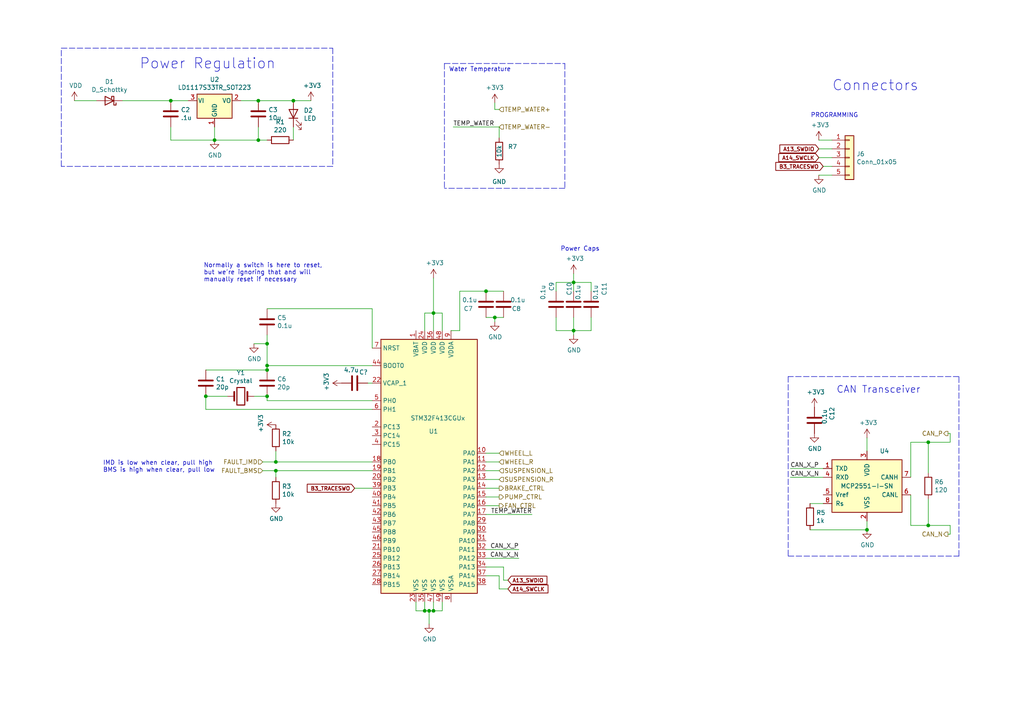
<source format=kicad_sch>
(kicad_sch (version 20211123) (generator eeschema)
  (paper "A4")
  (lib_symbols
    (symbol "Connector_Generic:Conn_01x05" (pin_names (offset 1.016) hide)
      (property "Reference" "J" (at 0 7.62 0))
      (property "Value" "Conn_01x05" (at 0 -7.62 0))
      (symbol "Conn_01x05_1_1"
        (rectangle (start -1.27 -4.953) (end 0 -5.207) (stroke (width 0.1524)))
        (rectangle (start -1.27 -2.413) (end 0 -2.667) (stroke (width 0.1524)))
        (rectangle (start -1.27 0.127) (end 0 -0.127) (stroke (width 0.1524)))
        (rectangle (start -1.27 2.667) (end 0 2.413) (stroke (width 0.1524)))
        (rectangle (start -1.27 5.207) (end 0 4.953) (stroke (width 0.1524)))
        (rectangle (start -1.27 6.35) (end 1.27 -6.35) (stroke (width 0.254)) (fill (type background)))
        (pin passive line (at -5.08 5.08 0) (length 3.81) (name "Pin_1") (number "1"))
        (pin passive line (at -5.08 2.54 0) (length 3.81) (name "Pin_2") (number "2"))
        (pin passive line (at -5.08 0 0) (length 3.81) (name "Pin_3") (number "3"))
        (pin passive line (at -5.08 -2.54 0) (length 3.81) (name "Pin_4") (number "4"))
        (pin passive line (at -5.08 -5.08 0) (length 3.81) (name "Pin_5") (number "5"))
      )
    )
    (symbol "Device:C" (pin_numbers hide) (pin_names (offset 0.254))
      (property "Reference" "C" (at 0.635 2.54 0))
      (property "Value" "C" (at 0.635 -2.54 0))
      (symbol "C_0_1"
        (polyline (pts (xy -2.032 -0.762) (xy 2.032 -0.762)) (stroke (width 0.508)))
        (polyline (pts (xy -2.032 0.762) (xy 2.032 0.762)) (stroke (width 0.508)))
      )
      (symbol "C_1_1"
        (pin passive line (at 0 3.81 270) (length 2.794) (name "~") (number "1"))
        (pin passive line (at 0 -3.81 90) (length 2.794) (name "~") (number "2"))
      )
    )
    (symbol "Device:Crystal" (pin_numbers hide) (pin_names (offset 1.016) hide)
      (property "Reference" "Y" (at 0 3.81 0))
      (property "Value" "Crystal" (at 0 -3.81 0))
      (symbol "Crystal_0_1"
        (rectangle (start -1.143 2.54) (end 1.143 -2.54) (stroke (width 0.3048)))
        (polyline (pts (xy -2.54 0) (xy -1.905 0)))
        (polyline (pts (xy -1.905 -1.27) (xy -1.905 1.27)) (stroke (width 0.508)))
        (polyline (pts (xy 1.905 -1.27) (xy 1.905 1.27)) (stroke (width 0.508)))
        (polyline (pts (xy 2.54 0) (xy 1.905 0)))
      )
      (symbol "Crystal_1_1"
        (pin passive line (at -3.81 0 0) (length 1.27) (name "1") (number "1"))
        (pin passive line (at 3.81 0 180) (length 1.27) (name "2") (number "2"))
      )
    )
    (symbol "Device:D_Schottky" (pin_numbers hide) (pin_names (offset 1.016) hide)
      (property "Reference" "D" (at 0 2.54 0))
      (property "Value" "D_Schottky" (at 0 -2.54 0))
      (symbol "D_Schottky_0_1"
        (polyline (pts (xy 1.27 0) (xy -1.27 0)))
        (polyline (pts (xy 1.27 1.27) (xy 1.27 -1.27) (xy -1.27 0) (xy 1.27 1.27)) (stroke (width 0.254)))
        (polyline (pts (xy -1.905 0.635) (xy -1.905 1.27) (xy -1.27 1.27) (xy -1.27 -1.27) (xy -0.635 -1.27) (xy -0.635 -0.635)) (stroke (width 0.254)))
      )
      (symbol "D_Schottky_1_1"
        (pin passive line (at -3.81 0 0) (length 2.54) (name "K") (number "1"))
        (pin passive line (at 3.81 0 180) (length 2.54) (name "A") (number "2"))
      )
    )
    (symbol "Device:LED" (pin_numbers hide) (pin_names (offset 1.016) hide)
      (property "Reference" "D" (at 0 2.54 0))
      (property "Value" "LED" (at 0 -2.54 0))
      (symbol "LED_0_1"
        (polyline (pts (xy -1.27 -1.27) (xy -1.27 1.27)) (stroke (width 0.254)))
        (polyline (pts (xy -1.27 0) (xy 1.27 0)))
        (polyline (pts (xy 1.27 -1.27) (xy 1.27 1.27) (xy -1.27 0) (xy 1.27 -1.27)) (stroke (width 0.254)))
        (polyline (pts (xy -3.048 -0.762) (xy -4.572 -2.286) (xy -3.81 -2.286) (xy -4.572 -2.286) (xy -4.572 -1.524)))
        (polyline (pts (xy -1.778 -0.762) (xy -3.302 -2.286) (xy -2.54 -2.286) (xy -3.302 -2.286) (xy -3.302 -1.524)))
      )
      (symbol "LED_1_1"
        (pin passive line (at -3.81 0 0) (length 2.54) (name "K") (number "1"))
        (pin passive line (at 3.81 0 180) (length 2.54) (name "A") (number "2"))
      )
    )
    (symbol "Device:R" (pin_numbers hide) (pin_names (offset 0))
      (property "Reference" "R" (at 2.032 0 90))
      (property "Value" "R" (at 0 0 90))
      (symbol "R_0_1"
        (rectangle (start -1.016 -2.54) (end 1.016 2.54) (stroke (width 0.254)))
      )
      (symbol "R_1_1"
        (pin passive line (at 0 3.81 270) (length 1.27) (name "~") (number "1"))
        (pin passive line (at 0 -3.81 90) (length 1.27) (name "~") (number "2"))
      )
    )
    (symbol "Interface_CAN_LIN:MCP2551-I-SN" (pin_names (offset 1.016))
      (property "Reference" "U" (at -10.16 8.89 0))
      (property "Value" "MCP2551-I-SN" (at 2.54 8.89 0))
      (symbol "MCP2551-I-SN_0_1"
        (rectangle (start -10.16 7.62) (end 10.16 -7.62) (stroke (width 0.254)) (fill (type background)))
      )
      (symbol "MCP2551-I-SN_1_1"
        (pin input line (at -12.7 5.08 0) (length 2.54) (name "TXD") (number "1"))
        (pin power_in line (at 0 -10.16 90) (length 2.54) (name "VSS") (number "2"))
        (pin power_in line (at 0 10.16 270) (length 2.54) (name "VDD") (number "3"))
        (pin output line (at -12.7 2.54 0) (length 2.54) (name "RXD") (number "4"))
        (pin power_out line (at -12.7 -2.54 0) (length 2.54) (name "Vref") (number "5"))
        (pin bidirectional line (at 12.7 -2.54 180) (length 2.54) (name "CANL") (number "6"))
        (pin bidirectional line (at 12.7 2.54 180) (length 2.54) (name "CANH") (number "7"))
        (pin input line (at -12.7 -5.08 0) (length 2.54) (name "Rs") (number "8"))
      )
    )
    (symbol "MCU_ST_STM32F4:STM32F413CGUx"
      (property "Reference" "U" (at -15.24 36.83 0))
      (property "Value" "STM32F413CGUx" (at 7.62 36.83 0))
      (symbol "STM32F413CGUx_0_1"
        (rectangle (start -15.24 -38.1) (end 12.7 35.56) (stroke (width 0.254)) (fill (type background)))
      )
      (symbol "STM32F413CGUx_1_1"
        (pin power_in line (at -5.08 38.1 270) (length 2.54) (name "VBAT") (number "1"))
        (pin bidirectional line (at 15.24 2.54 180) (length 2.54) (name "PA0") (number "10"))
        (pin bidirectional line (at 15.24 0 180) (length 2.54) (name "PA1") (number "11"))
        (pin bidirectional line (at 15.24 -2.54 180) (length 2.54) (name "PA2") (number "12"))
        (pin bidirectional line (at 15.24 -5.08 180) (length 2.54) (name "PA3") (number "13"))
        (pin bidirectional line (at 15.24 -7.62 180) (length 2.54) (name "PA4") (number "14"))
        (pin bidirectional line (at 15.24 -10.16 180) (length 2.54) (name "PA5") (number "15"))
        (pin bidirectional line (at 15.24 -12.7 180) (length 2.54) (name "PA6") (number "16"))
        (pin bidirectional line (at 15.24 -15.24 180) (length 2.54) (name "PA7") (number "17"))
        (pin bidirectional line (at -17.78 0 0) (length 2.54) (name "PB0") (number "18"))
        (pin bidirectional line (at -17.78 -2.54 0) (length 2.54) (name "PB1") (number "19"))
        (pin bidirectional line (at -17.78 10.16 0) (length 2.54) (name "PC13") (number "2"))
        (pin bidirectional line (at -17.78 -5.08 0) (length 2.54) (name "PB2") (number "20"))
        (pin bidirectional line (at -17.78 -25.4 0) (length 2.54) (name "PB10") (number "21"))
        (pin power_in line (at -17.78 22.86 0) (length 2.54) (name "VCAP_1") (number "22"))
        (pin power_in line (at -5.08 -40.64 90) (length 2.54) (name "VSS") (number "23"))
        (pin power_in line (at -2.54 38.1 270) (length 2.54) (name "VDD") (number "24"))
        (pin bidirectional line (at -17.78 -27.94 0) (length 2.54) (name "PB12") (number "25"))
        (pin bidirectional line (at -17.78 -30.48 0) (length 2.54) (name "PB13") (number "26"))
        (pin bidirectional line (at -17.78 -33.02 0) (length 2.54) (name "PB14") (number "27"))
        (pin bidirectional line (at -17.78 -35.56 0) (length 2.54) (name "PB15") (number "28"))
        (pin bidirectional line (at 15.24 -17.78 180) (length 2.54) (name "PA8") (number "29"))
        (pin bidirectional line (at -17.78 7.62 0) (length 2.54) (name "PC14") (number "3"))
        (pin bidirectional line (at 15.24 -20.32 180) (length 2.54) (name "PA9") (number "30"))
        (pin bidirectional line (at 15.24 -22.86 180) (length 2.54) (name "PA10") (number "31"))
        (pin bidirectional line (at 15.24 -25.4 180) (length 2.54) (name "PA11") (number "32"))
        (pin bidirectional line (at 15.24 -27.94 180) (length 2.54) (name "PA12") (number "33"))
        (pin bidirectional line (at 15.24 -30.48 180) (length 2.54) (name "PA13") (number "34"))
        (pin power_in line (at -2.54 -40.64 90) (length 2.54) (name "VSS") (number "35"))
        (pin power_in line (at 0 38.1 270) (length 2.54) (name "VDD") (number "36"))
        (pin bidirectional line (at 15.24 -33.02 180) (length 2.54) (name "PA14") (number "37"))
        (pin bidirectional line (at 15.24 -35.56 180) (length 2.54) (name "PA15") (number "38"))
        (pin bidirectional line (at -17.78 -7.62 0) (length 2.54) (name "PB3") (number "39"))
        (pin bidirectional line (at -17.78 5.08 0) (length 2.54) (name "PC15") (number "4"))
        (pin bidirectional line (at -17.78 -10.16 0) (length 2.54) (name "PB4") (number "40"))
        (pin bidirectional line (at -17.78 -12.7 0) (length 2.54) (name "PB5") (number "41"))
        (pin bidirectional line (at -17.78 -15.24 0) (length 2.54) (name "PB6") (number "42"))
        (pin bidirectional line (at -17.78 -17.78 0) (length 2.54) (name "PB7") (number "43"))
        (pin input line (at -17.78 27.94 0) (length 2.54) (name "BOOT0") (number "44"))
        (pin bidirectional line (at -17.78 -20.32 0) (length 2.54) (name "PB8") (number "45"))
        (pin bidirectional line (at -17.78 -22.86 0) (length 2.54) (name "PB9") (number "46"))
        (pin power_in line (at 0 -40.64 90) (length 2.54) (name "VSS") (number "47"))
        (pin power_in line (at 2.54 38.1 270) (length 2.54) (name "VDD") (number "48"))
        (pin power_in line (at 2.54 -40.64 90) (length 2.54) (name "VSS") (number "49"))
        (pin input line (at -17.78 17.78 0) (length 2.54) (name "PH0") (number "5"))
        (pin input line (at -17.78 15.24 0) (length 2.54) (name "PH1") (number "6"))
        (pin input line (at -17.78 33.02 0) (length 2.54) (name "NRST") (number "7"))
        (pin power_in line (at 5.08 -40.64 90) (length 2.54) (name "VSSA") (number "8"))
        (pin power_in line (at 5.08 38.1 270) (length 2.54) (name "VDDA") (number "9"))
      )
    )
    (symbol "Regulator_Linear:LD1117S33TR_SOT223" (pin_names (offset 0.254))
      (property "Reference" "U" (at -3.81 3.175 0))
      (property "Value" "LD1117S33TR_SOT223" (at 0 3.175 0))
      (symbol "LD1117S33TR_SOT223_0_1"
        (rectangle (start -5.08 -5.08) (end 5.08 1.905) (stroke (width 0.254)) (fill (type background)))
      )
      (symbol "LD1117S33TR_SOT223_1_1"
        (pin power_in line (at 0 -7.62 90) (length 2.54) (name "GND") (number "1"))
        (pin power_out line (at 7.62 0 180) (length 2.54) (name "VO") (number "2"))
        (pin power_in line (at -7.62 0 0) (length 2.54) (name "VI") (number "3"))
      )
    )
    (symbol "power:+3.3V" (power) (pin_names (offset 0))
      (property "Value" "+3.3V" (at 0 3.556 0))
      (symbol "+3.3V_0_1"
        (polyline (pts (xy -0.762 1.27) (xy 0 2.54)))
        (polyline (pts (xy 0 0) (xy 0 2.54)))
        (polyline (pts (xy 0 2.54) (xy 0.762 1.27)))
      )
      (symbol "+3.3V_1_1"
        (pin power_in line (at 0 0 90) (length 0) hide (name "+3V3") (number "1"))
      )
    )
    (symbol "power:GND" (power) (pin_names (offset 0))
      (property "Value" "GND" (at 0 -3.81 0))
      (symbol "GND_0_1"
        (polyline (pts (xy 0 0) (xy 0 -1.27) (xy 1.27 -1.27) (xy 0 -2.54) (xy -1.27 -1.27) (xy 0 -1.27)))
      )
      (symbol "GND_1_1"
        (pin power_in line (at 0 0 270) (length 0) hide (name "GND") (number "1"))
      )
    )
    (symbol "power:VDD" (power) (pin_names (offset 0))
      (property "Value" "VDD" (at 0 3.81 0))
      (symbol "VDD_0_1"
        (polyline (pts (xy -0.762 1.27) (xy 0 2.54)))
        (polyline (pts (xy 0 0) (xy 0 2.54)))
        (polyline (pts (xy 0 2.54) (xy 0.762 1.27)))
      )
      (symbol "VDD_1_1"
        (pin power_in line (at 0 0 90) (length 0) hide (name "VDD") (number "1"))
      )
    )
  )
  (junction (at 77.47 107.315))
  (junction (at 166.37 95.885))
  (junction (at 62.23 40.64))
  (junction (at 251.46 153.67))
  (junction (at 125.73 177.165))
  (junction (at 269.24 152.4))
  (junction (at 74.93 29.21))
  (junction (at 85.09 29.21))
  (junction (at 80.01 136.525))
  (junction (at 140.97 84.455))
  (junction (at 77.47 114.935))
  (junction (at 125.73 90.805))
  (junction (at 80.01 133.985))
  (junction (at 59.69 114.935))
  (junction (at 49.53 29.21))
  (junction (at 123.19 177.165))
  (junction (at 269.24 128.27))
  (junction (at 124.46 177.165))
  (junction (at 166.37 81.915))
  (junction (at 143.51 92.075))
  (junction (at 77.47 106.045))
  (junction (at 74.93 40.64))
  (junction (at 77.47 99.695))
  (wire (pts (xy 234.95 153.67) (xy 251.46 153.67)))
  (wire (pts (xy 140.97 84.455) (xy 146.05 84.455)))
  (wire (pts (xy 274.955 125.73) (xy 275.59 125.73)))
  (wire (pts (xy 146.05 164.465) (xy 140.97 164.465)))
  (wire (pts (xy 125.73 177.165) (xy 128.27 177.165)))
  (wire (pts (xy 107.95 116.205) (xy 77.47 116.205)))
  (wire (pts (xy 74.93 36.83) (xy 74.93 40.64)))
  (wire (pts (xy 77.47 114.935) (xy 73.66 114.935)))
  (wire (pts (xy 85.09 40.64) (xy 85.09 36.83)))
  (wire (pts (xy 146.05 168.275) (xy 146.05 164.465)))
  (wire (pts (xy 125.73 177.165) (xy 125.73 174.625)))
  (polyline (pts (xy 17.78 48.26) (xy 17.78 13.97)))
  (polyline (pts (xy 278.13 109.22) (xy 228.6 109.22)))
  (wire (pts (xy 59.69 114.935) (xy 66.04 114.935)))
  (wire (pts (xy 143.51 92.075) (xy 146.05 92.075)))
  (wire (pts (xy 171.45 81.915) (xy 171.45 84.455)))
  (wire (pts (xy 80.01 133.985) (xy 76.2 133.985)))
  (wire (pts (xy 147.32 168.275) (xy 146.05 168.275)))
  (polyline (pts (xy 228.6 109.22) (xy 228.6 161.29)))
  (wire (pts (xy 49.53 40.64) (xy 62.23 40.64)))
  (wire (pts (xy 59.69 118.745) (xy 107.95 118.745)))
  (wire (pts (xy 107.95 89.535) (xy 107.95 100.965)))
  (wire (pts (xy 150.495 161.925) (xy 140.97 161.925)))
  (wire (pts (xy 124.46 180.975) (xy 124.46 177.165)))
  (wire (pts (xy 77.47 106.045) (xy 77.47 99.695)))
  (wire (pts (xy 124.46 177.165) (xy 123.19 177.165)))
  (wire (pts (xy 128.27 177.165) (xy 128.27 174.625)))
  (polyline (pts (xy 128.905 18.415) (xy 128.905 54.61)))
  (wire (pts (xy 144.78 131.445) (xy 140.97 131.445)))
  (wire (pts (xy 77.47 99.695) (xy 77.47 97.155)))
  (wire (pts (xy 144.78 141.605) (xy 140.97 141.605)))
  (wire (pts (xy 123.19 174.625) (xy 123.19 177.165)))
  (polyline (pts (xy 128.905 18.415) (xy 163.83 18.415)))
  (wire (pts (xy 269.24 152.4) (xy 275.59 152.4)))
  (wire (pts (xy 166.37 92.075) (xy 166.37 95.885)))
  (wire (pts (xy 102.87 141.605) (xy 107.95 141.605)))
  (wire (pts (xy 229.235 138.43) (xy 238.76 138.43)))
  (wire (pts (xy 166.37 84.455) (xy 166.37 81.915)))
  (wire (pts (xy 80.01 138.43) (xy 80.01 136.525)))
  (wire (pts (xy 125.73 90.805) (xy 125.73 95.885)))
  (wire (pts (xy 62.23 36.83) (xy 62.23 40.64)))
  (wire (pts (xy 144.78 167.005) (xy 144.78 170.815)))
  (wire (pts (xy 144.78 170.815) (xy 147.32 170.815)))
  (wire (pts (xy 269.24 128.27) (xy 275.59 128.27)))
  (wire (pts (xy 77.47 116.205) (xy 77.47 114.935)))
  (wire (pts (xy 166.37 95.885) (xy 166.37 97.155)))
  (wire (pts (xy 241.3 40.64) (xy 237.49 40.64)))
  (wire (pts (xy 166.37 81.915) (xy 171.45 81.915)))
  (wire (pts (xy 161.29 92.075) (xy 161.29 95.885)))
  (wire (pts (xy 234.95 146.05) (xy 238.76 146.05)))
  (wire (pts (xy 238.76 48.26) (xy 241.3 48.26)))
  (wire (pts (xy 106.68 111.125) (xy 107.95 111.125)))
  (wire (pts (xy 171.45 92.075) (xy 171.45 95.885)))
  (wire (pts (xy 49.53 36.83) (xy 49.53 40.64)))
  (wire (pts (xy 144.78 133.985) (xy 140.97 133.985)))
  (wire (pts (xy 120.65 177.165) (xy 120.65 174.625)))
  (wire (pts (xy 229.235 135.89) (xy 238.76 135.89)))
  (wire (pts (xy 144.78 36.83) (xy 144.78 40.005)))
  (wire (pts (xy 144.78 167.005) (xy 140.97 167.005)))
  (wire (pts (xy 241.3 45.72) (xy 237.49 45.72)))
  (wire (pts (xy 161.29 84.455) (xy 161.29 81.915)))
  (wire (pts (xy 128.27 90.805) (xy 128.27 95.885)))
  (polyline (pts (xy 163.83 18.415) (xy 163.83 54.61)))
  (wire (pts (xy 125.73 80.645) (xy 125.73 90.805)))
  (wire (pts (xy 125.73 90.805) (xy 123.19 90.805)))
  (polyline (pts (xy 96.52 13.97) (xy 96.52 48.26)))
  (wire (pts (xy 107.95 106.045) (xy 77.47 106.045)))
  (wire (pts (xy 140.97 136.525) (xy 144.78 136.525)))
  (polyline (pts (xy 17.78 13.97) (xy 96.52 13.97)))
  (wire (pts (xy 140.97 92.075) (xy 143.51 92.075)))
  (wire (pts (xy 237.49 43.18) (xy 241.3 43.18)))
  (wire (pts (xy 161.29 95.885) (xy 166.37 95.885)))
  (wire (pts (xy 80.01 136.525) (xy 107.95 136.525)))
  (wire (pts (xy 133.35 84.455) (xy 133.35 95.885)))
  (wire (pts (xy 269.24 144.78) (xy 269.24 152.4)))
  (wire (pts (xy 143.51 29.845) (xy 143.51 31.75)))
  (wire (pts (xy 264.16 128.27) (xy 264.16 138.43)))
  (wire (pts (xy 264.16 152.4) (xy 269.24 152.4)))
  (wire (pts (xy 62.23 40.64) (xy 74.93 40.64)))
  (wire (pts (xy 35.56 29.21) (xy 49.53 29.21)))
  (wire (pts (xy 166.37 95.885) (xy 171.45 95.885)))
  (wire (pts (xy 125.73 90.805) (xy 128.27 90.805)))
  (wire (pts (xy 123.19 177.165) (xy 120.65 177.165)))
  (wire (pts (xy 77.47 89.535) (xy 107.95 89.535)))
  (wire (pts (xy 49.53 29.21) (xy 54.61 29.21)))
  (wire (pts (xy 275.59 154.94) (xy 274.955 154.94)))
  (wire (pts (xy 275.59 125.73) (xy 275.59 128.27)))
  (polyline (pts (xy 163.83 54.61) (xy 128.905 54.61)))
  (wire (pts (xy 144.78 144.145) (xy 140.97 144.145)))
  (wire (pts (xy 80.01 130.81) (xy 80.01 133.985)))
  (wire (pts (xy 144.78 146.685) (xy 140.97 146.685)))
  (wire (pts (xy 85.09 29.21) (xy 90.17 29.21)))
  (wire (pts (xy 251.46 127) (xy 251.46 130.81)))
  (wire (pts (xy 161.29 81.915) (xy 166.37 81.915)))
  (wire (pts (xy 80.01 133.985) (xy 107.95 133.985)))
  (wire (pts (xy 74.93 29.21) (xy 85.09 29.21)))
  (wire (pts (xy 124.46 177.165) (xy 125.73 177.165)))
  (wire (pts (xy 21.59 29.21) (xy 27.94 29.21)))
  (wire (pts (xy 143.51 92.075) (xy 143.51 93.345)))
  (wire (pts (xy 80.01 136.525) (xy 76.2 136.525)))
  (wire (pts (xy 275.59 152.4) (xy 275.59 154.94)))
  (wire (pts (xy 143.51 31.75) (xy 144.78 31.75)))
  (wire (pts (xy 264.16 128.27) (xy 269.24 128.27)))
  (wire (pts (xy 77.47 107.315) (xy 77.47 106.045)))
  (wire (pts (xy 74.93 29.21) (xy 69.85 29.21)))
  (wire (pts (xy 59.69 114.935) (xy 59.69 118.745)))
  (wire (pts (xy 150.495 159.385) (xy 140.97 159.385)))
  (wire (pts (xy 133.35 95.885) (xy 130.81 95.885)))
  (wire (pts (xy 251.46 151.13) (xy 251.46 153.67)))
  (polyline (pts (xy 278.13 161.29) (xy 278.13 109.22)))
  (wire (pts (xy 140.97 139.065) (xy 144.78 139.065)))
  (wire (pts (xy 77.47 107.315) (xy 59.69 107.315)))
  (polyline (pts (xy 96.52 48.26) (xy 17.78 48.26)))
  (wire (pts (xy 237.49 50.8) (xy 241.3 50.8)))
  (wire (pts (xy 264.16 143.51) (xy 264.16 152.4)))
  (polyline (pts (xy 228.6 161.29) (xy 278.13 161.29)))
  (wire (pts (xy 74.93 40.64) (xy 77.47 40.64)))
  (wire (pts (xy 166.37 81.915) (xy 166.37 79.375)))
  (wire (pts (xy 140.97 149.225) (xy 154.305 149.225)))
  (wire (pts (xy 131.445 36.83) (xy 144.78 36.83)))
  (wire (pts (xy 73.66 99.695) (xy 77.47 99.695)))
  (wire (pts (xy 269.24 137.16) (xy 269.24 128.27)))
  (wire (pts (xy 133.35 84.455) (xy 140.97 84.455)))
  (wire (pts (xy 123.19 90.805) (xy 123.19 95.885)))
  (text "Water Temperature" (at 130.175 20.955 0) (effects (font (size 1.27 1.27)) (justify left bottom)))
  (text "CAN Transceiver" (at 242.57 114.3 0) (effects (font (size 2.0066 2.0066)) (justify left bottom)))
  (text "Normally a switch is here to reset,\nbut we're ignoring that and will \nmanually reset if necessary" (at 59.055 81.915 0) (effects (font (size 1.27 1.27)) (justify left bottom)))
  (text "IMD is low when clear, pull high\nBMS is high when clear, pull low" (at 29.845 137.16 0) (effects (font (size 1.27 1.27)) (justify left bottom)))
  (text "Power Regulation" (at 80.01 20.32 180) (effects (font (size 2.9972 2.9972)) (justify right bottom)))
  (text "Connectors" (at 241.3 26.67 0) (effects (font (size 2.9972 2.9972)) (justify left bottom)))
  (text "Power Caps" (at 162.56 73.025 0) (effects (font (size 1.27 1.27)) (justify left bottom)))
  (text "PROGRAMMING" (at 248.92 34.29 180) (effects (font (size 1.27 1.27)) (justify right bottom)))
  (label "CAN_X_P" (at 229.235 135.89 0))
  (label "CAN_X_N" (at 150.495 161.925 180))
  (label "CAN_X_N" (at 229.235 138.43 0))
  (label "TEMP_WATER" (at 131.445 36.83 0))
  (label "TEMP_WATER" (at 154.305 149.225 180))
  (label "CAN_X_P" (at 150.495 159.385 180))
  (global_label "B3_TRACESWO" (shape input) (at 238.76 48.26 180) (effects (font (size 1.0922 1.0922) (thickness 0.2184) bold)) (property "Intersheet References" "${INTERSHEET_REFS}" (effects hide)))
  (global_label "A14_SWCLK" (shape input) (at 237.49 45.72 180) (effects (font (size 1.0922 1.0922) (thickness 0.2184) bold)) (property "Intersheet References" "${INTERSHEET_REFS}" (effects hide)))
  (global_label "A14_SWCLK" (shape input) (at 147.32 170.815 0) (effects (font (size 1.0922 1.0922) (thickness 0.2184) bold)) (property "Intersheet References" "${INTERSHEET_REFS}" (effects hide)))
  (global_label "B3_TRACESWO" (shape input) (at 102.87 141.605 180) (effects (font (size 1.0922 1.0922) (thickness 0.2184) bold)) (property "Intersheet References" "${INTERSHEET_REFS}" (effects hide)))
  (global_label "A13_SWDIO" (shape input) (at 147.32 168.275 0) (effects (font (size 1.0922 1.0922) (thickness 0.2184) bold)) (property "Intersheet References" "${INTERSHEET_REFS}" (effects hide)))
  (global_label "A13_SWDIO" (shape input) (at 237.49 43.18 180) (effects (font (size 1.0922 1.0922) (thickness 0.2184) bold)) (property "Intersheet References" "${INTERSHEET_REFS}" (effects hide)))
  (hierarchical_label "FAN_CTRL" (shape output) (at 144.78 146.685 0))
  (hierarchical_label "SUSPENSION_L" (shape input) (at 144.78 136.525 0))
  (hierarchical_label "TEMP_WATER-" (shape input) (at 144.78 36.83 0))
  (hierarchical_label "PUMP_CTRL" (shape output) (at 144.78 144.145 0))
  (hierarchical_label "CAN_N" (shape output) (at 274.955 154.94 180))
  (hierarchical_label "WHEEL_R" (shape input) (at 144.78 133.985 0))
  (hierarchical_label "TEMP_WATER+" (shape input) (at 144.78 31.75 0))
  (hierarchical_label "SUSPENSION_R" (shape input) (at 144.78 139.065 0))
  (hierarchical_label "BRAKE_CTRL" (shape output) (at 144.78 141.605 0))
  (hierarchical_label "FAULT_IMD" (shape input) (at 76.2 133.985 180))
  (hierarchical_label "WHEEL_L" (shape input) (at 144.78 131.445 0))
  (hierarchical_label "CAN_P" (shape output) (at 274.955 125.73 180))
  (hierarchical_label "FAULT_BMS" (shape input) (at 76.2 136.525 180))
  (symbol (lib_id "MCU_ST_STM32F4:STM32F413CGUx") (at 125.73 133.985 0) (unit 1)
    (property "Reference" "U1" (at 125.73 125.095 0))
    (property "Value" "STM32F413CGUx" (at 127 121.285 0))
    (property "Footprint" "Package_DFN_QFN:QFN-48-1EP_7x7mm_P0.5mm_EP5.6x5.6mm" (effects hide))
    (property "Datasheet" "http://www.st.com/st-web-ui/static/active/en/resource/technical/document/datasheet/DM00282249.pdf" (effects hide))
  )
  (symbol (lib_id "Regulator_Linear:LD1117S33TR_SOT223") (at 62.23 29.21 0) (unit 1)
    (property "Reference" "U2" (at 62.23 23.0632 0))
    (property "Value" "LD1117S33TR_SOT223" (at 62.23 25.3746 0))
    (property "Footprint" "Package_TO_SOT_SMD:SOT-223-3_TabPin2" (effects hide))
    (property "Datasheet" "http://www.st.com/st-web-ui/static/active/en/resource/technical/document/datasheet/CD00000544.pdf" (effects hide))
  )
  (symbol (lib_id "Device:C") (at 49.53 33.02 0) (unit 1)
    (property "Reference" "C2" (at 52.451 31.8516 0) (effects (justify left)))
    (property "Value" ".1u" (at 52.451 34.163 0) (effects (justify left)))
    (property "Footprint" "Capacitor_SMD:C_0603_1608Metric_Pad1.08x0.95mm_HandSolder" (effects hide))
  )
  (symbol (lib_id "Device:C") (at 74.93 33.02 0) (unit 1)
    (property "Reference" "C3" (at 77.851 31.8516 0) (effects (justify left)))
    (property "Value" "10u" (at 77.851 34.163 0) (effects (justify left)))
    (property "Footprint" "Capacitor_SMD:C_0603_1608Metric_Pad1.08x0.95mm_HandSolder" (effects hide))
  )
  (symbol (lib_id "Device:D_Schottky") (at 31.75 29.21 180) (unit 1)
    (property "Reference" "D1" (at 31.75 23.6982 0))
    (property "Value" "D_Schottky" (at 31.75 26.0096 0))
    (property "Footprint" "Diode_SMD:D_SMB" (effects hide))
  )
  (symbol (lib_id "Device:LED") (at 85.09 33.02 90) (unit 1)
    (property "Reference" "D2" (at 88.0872 32.0294 90) (effects (justify right)))
    (property "Value" "LED" (at 88.0872 34.3408 90) (effects (justify right)))
    (property "Footprint" "LED_SMD:LED_0603_1608Metric_Pad1.05x0.95mm_HandSolder" (effects hide))
  )
  (symbol (lib_id "Device:R") (at 81.28 40.64 90) (unit 1)
    (property "Reference" "R1" (at 81.28 35.3822 90))
    (property "Value" "220" (at 81.28 37.6936 90))
    (property "Footprint" "Resistor_SMD:R_0603_1608Metric_Pad0.98x0.95mm_HandSolder" (effects hide))
  )
  (symbol (lib_id "power:GND") (at 62.23 40.64 0) (unit 1)
    (property "Reference" "#PWR0103" (effects hide))
    (property "Value" "GND" (at 62.357 45.0342 0))
  )
  (symbol (lib_id "power:+3.3V") (at 90.17 29.21 0) (unit 1)
    (property "Reference" "#PWR0104" (effects hide))
    (property "Value" "+3.3V" (at 90.551 24.8158 0))
  )
  (symbol (lib_id "Device:C") (at 77.47 93.345 0) (unit 1)
    (property "Reference" "C5" (at 80.391 92.1766 0) (effects (justify left)))
    (property "Value" "0.1u" (at 80.391 94.488 0) (effects (justify left)))
    (property "Footprint" "Capacitor_SMD:C_0603_1608Metric_Pad1.08x0.95mm_HandSolder" (effects hide))
  )
  (symbol (lib_id "power:GND") (at 73.66 99.695 0) (unit 1)
    (property "Reference" "#PWR0122" (effects hide))
    (property "Value" "GND" (at 73.787 104.0892 0))
  )
  (symbol (lib_id "power:+3.3V") (at 125.73 80.645 0) (unit 1)
    (property "Reference" "#PWR0123" (effects hide))
    (property "Value" "+3.3V" (at 126.111 76.2508 0))
  )
  (symbol (lib_id "Device:Crystal") (at 69.85 114.935 0) (unit 1)
    (property "Reference" "Y1" (at 69.85 108.1278 0))
    (property "Value" "Crystal" (at 69.85 110.4392 0))
    (property "Footprint" "Crystal:Crystal_HC49-U_Vertical" (effects hide))
  )
  (symbol (lib_id "Device:C") (at 59.69 111.125 0) (unit 1)
    (property "Reference" "C1" (at 62.611 109.9566 0) (effects (justify left)))
    (property "Value" "20p" (at 62.611 112.268 0) (effects (justify left)))
    (property "Footprint" "Capacitor_SMD:C_0603_1608Metric_Pad1.08x0.95mm_HandSolder" (effects hide))
  )
  (symbol (lib_id "Device:C") (at 77.47 111.125 0) (unit 1)
    (property "Reference" "C6" (at 80.391 109.9566 0) (effects (justify left)))
    (property "Value" "20p" (at 80.391 112.268 0) (effects (justify left)))
    (property "Footprint" "Capacitor_SMD:C_0603_1608Metric_Pad1.08x0.95mm_HandSolder" (effects hide))
  )
  (symbol (lib_id "power:+3.3V") (at 166.37 79.375 0) (unit 1)
    (property "Reference" "#PWR0127" (effects hide))
    (property "Value" "+3.3V" (at 166.751 74.9808 0))
  )
  (symbol (lib_id "Device:C") (at 161.29 88.265 0) (unit 1)
    (property "Reference" "C9" (at 160.02 84.455 90) (effects (justify left)))
    (property "Value" "0.1u" (at 157.48 86.995 90) (effects (justify left)))
    (property "Footprint" "Capacitor_SMD:C_0603_1608Metric_Pad1.08x0.95mm_HandSolder" (effects hide))
  )
  (symbol (lib_id "Device:C") (at 166.37 88.265 0) (unit 1)
    (property "Reference" "C10" (at 165.1 85.725 90) (effects (justify left)))
    (property "Value" "0.1u" (at 167.64 86.995 90) (effects (justify left)))
    (property "Footprint" "Capacitor_SMD:C_0603_1608Metric_Pad1.08x0.95mm_HandSolder" (effects hide))
  )
  (symbol (lib_id "Device:C") (at 171.45 88.265 0) (unit 1)
    (property "Reference" "C11" (at 175.26 85.725 90) (effects (justify left)))
    (property "Value" "0.1u" (at 172.72 86.995 90) (effects (justify left)))
    (property "Footprint" "Capacitor_SMD:C_0603_1608Metric_Pad1.08x0.95mm_HandSolder" (effects hide))
  )
  (symbol (lib_id "power:GND") (at 124.46 180.975 0) (unit 1)
    (property "Reference" "#PWR0124" (effects hide))
    (property "Value" "GND" (at 124.587 185.3692 0))
  )
  (symbol (lib_id "Interface_CAN_LIN:MCP2551-I-SN") (at 251.46 140.97 0) (unit 1)
    (property "Reference" "U4" (at 256.54 130.81 0))
    (property "Value" "MCP2551-I-SN" (at 251.46 140.97 0))
    (property "Footprint" "Package_SO:SOIC-8_3.9x4.9mm_P1.27mm" (effects hide))
    (property "Datasheet" "http://ww1.microchip.com/downloads/en/devicedoc/21667d.pdf" (effects hide))
  )
  (symbol (lib_id "power:GND") (at 166.37 97.155 0) (unit 1)
    (property "Reference" "#PWR0125" (effects hide))
    (property "Value" "GND" (at 166.497 101.5492 0))
  )
  (symbol (lib_id "Device:C") (at 146.05 88.265 180) (unit 1)
    (property "Reference" "C8" (at 151.13 89.535 0) (effects (justify left)))
    (property "Value" "0.1u" (at 152.4 86.995 0) (effects (justify left)))
    (property "Footprint" "Capacitor_SMD:C_0603_1608Metric_Pad1.08x0.95mm_HandSolder" (effects hide))
  )
  (symbol (lib_id "Device:C") (at 140.97 88.265 180) (unit 1)
    (property "Reference" "C7" (at 137.16 89.535 0) (effects (justify left)))
    (property "Value" "0.1u" (at 138.43 86.995 0) (effects (justify left)))
    (property "Footprint" "Capacitor_SMD:C_0603_1608Metric_Pad1.08x0.95mm_HandSolder" (effects hide))
  )
  (symbol (lib_id "Device:C") (at 236.22 121.92 0) (unit 1)
    (property "Reference" "C12" (at 241.3 121.92 90) (effects (justify left)))
    (property "Value" "0.1u" (at 239.141 123.063 90) (effects (justify left)))
    (property "Footprint" "Capacitor_SMD:C_0603_1608Metric_Pad1.08x0.95mm_HandSolder" (effects hide))
  )
  (symbol (lib_id "power:GND") (at 143.51 93.345 0) (unit 1)
    (property "Reference" "#PWR0126" (effects hide))
    (property "Value" "GND" (at 143.637 97.7392 0))
  )
  (symbol (lib_id "power:+3.3V") (at 251.46 127 0) (unit 1)
    (property "Reference" "#PWR0128" (effects hide))
    (property "Value" "+3.3V" (at 251.841 122.6058 0))
  )
  (symbol (lib_id "power:GND") (at 251.46 153.67 0) (unit 1)
    (property "Reference" "#PWR0129" (effects hide))
    (property "Value" "GND" (at 251.587 158.0642 0))
  )
  (symbol (lib_id "power:GND") (at 236.22 125.73 0) (unit 1)
    (property "Reference" "#PWR0130" (effects hide))
    (property "Value" "GND" (at 236.347 130.1242 0))
  )
  (symbol (lib_id "power:+3.3V") (at 236.22 118.11 0) (unit 1)
    (property "Reference" "#PWR0131" (effects hide))
    (property "Value" "+3.3V" (at 236.601 113.7158 0))
  )
  (symbol (lib_id "Device:R") (at 269.24 140.97 0) (unit 1)
    (property "Reference" "R6" (at 271.018 139.8016 0) (effects (justify left)))
    (property "Value" "120" (at 271.018 142.113 0) (effects (justify left)))
    (property "Footprint" "Resistor_SMD:R_0603_1608Metric_Pad0.98x0.95mm_HandSolder" (effects hide))
  )
  (symbol (lib_id "Device:R") (at 234.95 149.86 0) (unit 1)
    (property "Reference" "R5" (at 236.728 148.6916 0) (effects (justify left)))
    (property "Value" "1k" (at 236.728 151.003 0) (effects (justify left)))
    (property "Footprint" "Resistor_SMD:R_0603_1608Metric_Pad0.98x0.95mm_HandSolder" (effects hide))
  )
  (symbol (lib_id "power:+3.3V") (at 237.49 40.64 0) (unit 1)
    (property "Reference" "#PWR0132" (effects hide))
    (property "Value" "+3.3V" (at 237.871 36.2458 0))
  )
  (symbol (lib_id "power:GND") (at 237.49 50.8 0) (unit 1)
    (property "Reference" "#PWR0133" (effects hide))
    (property "Value" "GND" (at 237.617 55.1942 0))
  )
  (symbol (lib_id "power:VDD") (at 21.59 29.21 0) (unit 1)
    (property "Reference" "#PWR0134" (effects hide))
    (property "Value" "VDD" (at 21.971 24.8158 0))
  )
  (symbol (lib_id "Connector_Generic:Conn_01x05") (at 246.38 45.72 0) (unit 1)
    (property "Reference" "J6" (at 248.412 44.6532 0) (effects (justify left)))
    (property "Value" "Conn_01x05" (at 248.412 46.9646 0) (effects (justify left)))
    (property "Footprint" "Connector_JST:JST_XH_B5B-XH-A_1x05_P2.50mm_Vertical" (effects hide))
  )
  (symbol (lib_id "Device:R") (at 80.01 127 0) (unit 1)
    (property "Reference" "R2" (at 81.788 125.8316 0) (effects (justify left)))
    (property "Value" "10k" (at 81.788 128.143 0) (effects (justify left)))
    (property "Footprint" "Resistor_SMD:R_0603_1608Metric_Pad0.98x0.95mm_HandSolder" (effects hide))
  )
  (symbol (lib_id "power:+3.3V") (at 80.01 123.19 90) (unit 1)
    (property "Reference" "#PWR0135" (effects hide))
    (property "Value" "+3.3V" (at 75.6158 122.809 0))
  )
  (symbol (lib_id "Device:R") (at 80.01 142.24 0) (unit 1)
    (property "Reference" "R3" (at 81.788 141.0716 0) (effects (justify left)))
    (property "Value" "10k" (at 81.788 143.383 0) (effects (justify left)))
    (property "Footprint" "Resistor_SMD:R_0603_1608Metric_Pad0.98x0.95mm_HandSolder" (effects hide))
  )
  (symbol (lib_id "power:GND") (at 80.01 146.05 0) (unit 1)
    (property "Reference" "#PWR0136" (effects hide))
    (property "Value" "GND" (at 80.137 150.4442 0))
  )
  (symbol (lib_id "Device:R") (at 144.78 43.815 0) (unit 1)
    (property "Reference" "R7" (at 147.32 42.5449 0) (effects (justify left)))
    (property "Value" "10k" (at 144.78 45.72 90) (effects (justify left)))
    (property "Footprint" "Resistor_SMD:R_0603_1608Metric_Pad0.98x0.95mm_HandSolder" (effects hide))
  )
  (symbol (lib_id "power:+3.3V") (at 99.06 111.125 90) (unit 1)
    (property "Reference" "#PWR?" (effects hide))
    (property "Value" "+3.3V" (at 94.6658 110.744 0))
  )
  (symbol (lib_id "Device:C") (at 102.87 111.125 270) (unit 1)
    (property "Reference" "C?" (at 104.14 107.95 90) (effects (justify left)))
    (property "Value" "4.7u" (at 99.695 107.315 90) (effects (justify left)))
    (property "Footprint" "Capacitor_SMD:C_0603_1608Metric_Pad1.08x0.95mm_HandSolder" (effects hide))
  )
  (symbol (lib_id "power:+3.3V") (at 143.51 29.845 0) (unit 1)
    (property "Reference" "#PWR0137" (effects hide))
    (property "Value" "+3.3V" (at 143.51 25.4 0))
  )
  (symbol (lib_id "power:GND") (at 144.78 47.625 0) (unit 1)
    (property "Reference" "#PWR0139" (effects hide))
    (property "Value" "GND" (at 144.78 52.705 0))
  )
)
</source>
